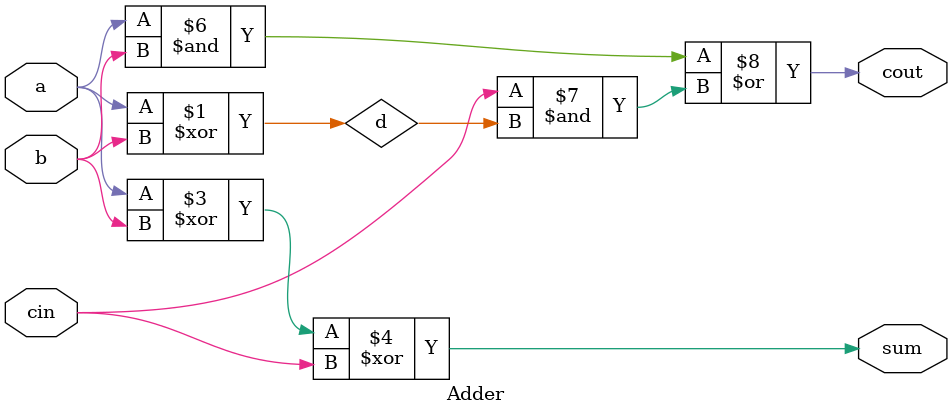
<source format=v>
`timescale 1ns/1ps

module Adder(a,b,cin,sum,cout);

input a,b,cin;
wire d,e,f;
output reg cout,sum; 
assign d = a^b;
always @(a,b,cin)
begin sum = a^b^cin; end

always @(cin,a,b) 
begin

cout = a&b | cin&d;
end

endmodule

</source>
